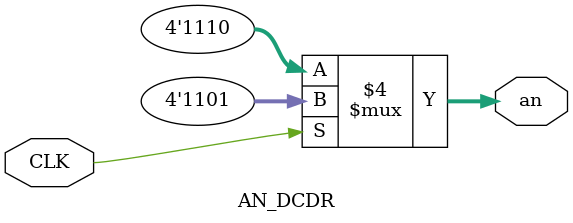
<source format=v>

module AN_DCDR(CLK,an);

input CLK;
output reg [3:0] an;

always @(*)

begin

	if(CLK == 1'b1) an = 4'b1101;
	else an = 4'b1110;

end

endmodule

</source>
